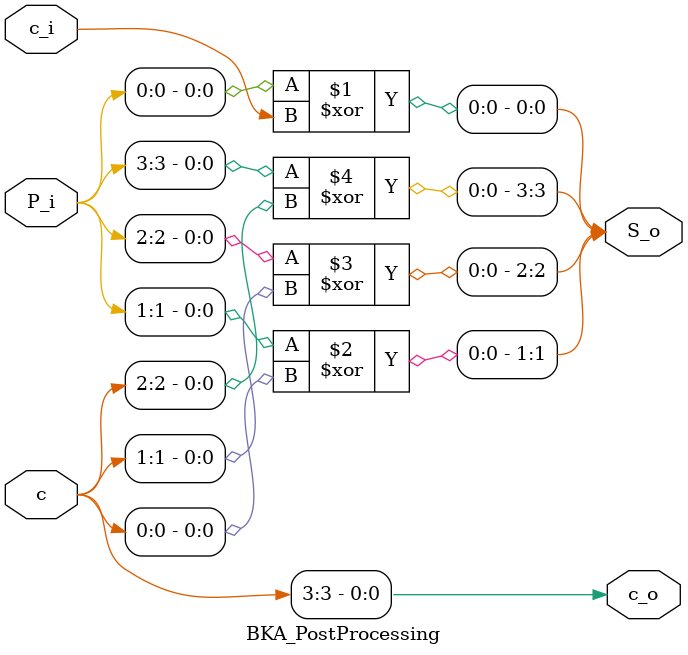
<source format=sv>
module brent_kung_adder_4bit (
    input logic     [3:0]   A_i,
    input logic     [3:0]   B_i,
    input logic             c_i,

    output logic    [3:0]   S_o,
    output logic            c_o
);

    logic [3:0] G, P, carry;

    BKA_PreProcessing pre_process (
        .A_i(A_i),
        .B_i(B_i),
        .G_o(G),
        .P_o(P)
    );

    BKA_parallel_prefix_network process (
        .G_i(G),
        .P_i(P),
        .c_o(carry)
    );

    BKA_PostProcessing post_process (
        .P_i(P),
        .c(carry),
        .c_i(c_i),
        .S_o(S_o),
        .c_o(c_o)
    );

endmodule : brent_kung_adder_4bit

module BKA_PreProcessing (
    input logic     [3:0]   A_i, B_i,

    output logic    [3:0]   G_o, P_o
);

    assign G_o = A_i & B_i;
    assign P_o = A_i ^ B_i;

endmodule : BKA_PreProcessing

module BKA_parallel_prefix_network (
    input logic     [3:0]   G_i, P_i,

    output logic    [3:0]   c_o
);

    logic       G1;
    logic       G2;
    logic [1:0] G3, P3;

    assign G1 = G_i[1] | (P_i[1] & G_i[0]);

    assign G2 = G_i[2] | (P_i[2] & G1);

    assign G3[1] = G_i[3] | (P_i[3] & G_i[2]);
    assign P3[1] = P_i[3] & P_i[2];

    assign G3[0] = G3[1] | (P3[1] & G1);

    //carries output
    assign c_o[0] = G_i[0];
    assign c_o[1] = G1;
    assign c_o[2] = G3[0];
    assign c_o[3] = G_i[3] | (P_i[3] & c_o[2]);

endmodule : BKA_parallel_prefix_network

module BKA_PostProcessing (
    input logic     [3:0]   P_i,
    input logic     [3:0]   c,
    input logic             c_i,
 
    output logic    [3:0]   S_o,
    output logic            c_o
);

    //sum ouput
    assign S_o[0] = P_i[0] ^ c_i;
    assign S_o[1] = P_i[1] ^ c[0];
    assign S_o[2] = P_i[2] ^ c[1];
    assign S_o[3] = P_i[3] ^ c[2];

    //carry output
    assign c_o = c[3];

endmodule : BKA_PostProcessing

</source>
